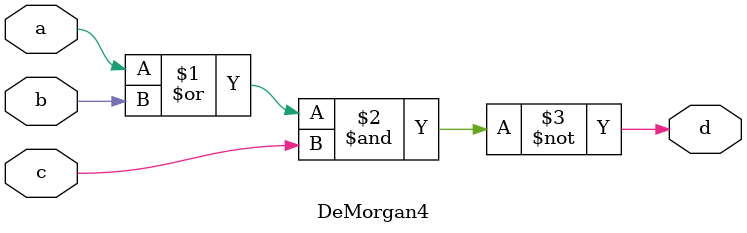
<source format=v>
`timescale 1ns / 1ps

module DeMorgan4(
   input a,
   input b,
   input c,
   output d
    );
    
assign d = ~((a|b)&c);
endmodule

</source>
